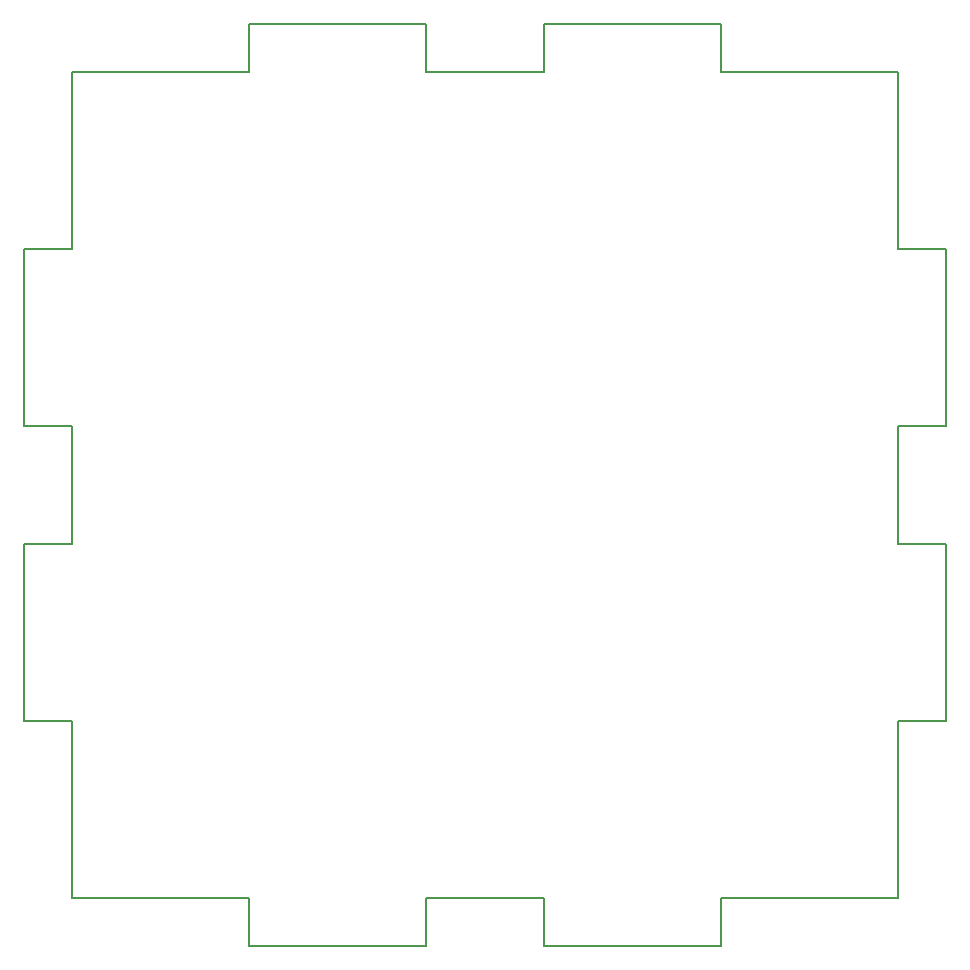
<source format=gko>
G04*
G04 #@! TF.GenerationSoftware,Altium Limited,Altium Designer,21.9.2 (33)*
G04*
G04 Layer_Color=16711935*
%FSLAX25Y25*%
%MOIN*%
G70*
G04*
G04 #@! TF.SameCoordinates,2BD51A12-542F-4E7F-AF7E-1702C203C590*
G04*
G04*
G04 #@! TF.FilePolarity,Positive*
G04*
G01*
G75*
%ADD10C,0.00787*%
D10*
X0Y216535D02*
Y275590D01*
X-15748Y216535D02*
X0D01*
X-15748Y157480D02*
Y216535D01*
Y157480D02*
X0D01*
Y118110D02*
Y157480D01*
X-15748Y118110D02*
X0D01*
X-15748Y59055D02*
Y118110D01*
Y59055D02*
X0D01*
Y0D02*
Y59055D01*
X216535Y275590D02*
X275590D01*
X216535D02*
Y291339D01*
X157480D02*
X216535D01*
X157480Y275590D02*
Y291339D01*
X118110Y275590D02*
X157480D01*
X118110D02*
Y291339D01*
X59055D02*
X118110D01*
X59055Y275590D02*
Y291339D01*
X0Y275590D02*
X59055D01*
X275590Y0D02*
Y59055D01*
X291339D01*
Y118110D01*
X275590D02*
X291339D01*
X275590D02*
Y157480D01*
X291339D01*
Y216535D01*
X275590D02*
X291339D01*
X275590D02*
Y275590D01*
X216535Y0D02*
X275590D01*
X216535Y-15748D02*
Y0D01*
X157480Y-15748D02*
X216535D01*
X157480D02*
Y0D01*
X118110D02*
X157480D01*
X118110Y-15748D02*
Y0D01*
X59055Y-15748D02*
X118110D01*
X59055D02*
Y0D01*
X0D02*
X59055D01*
M02*

</source>
